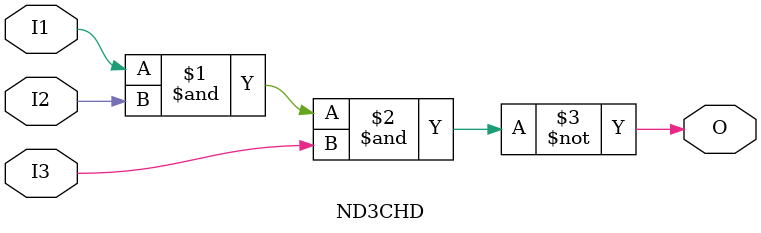
<source format=v>
`timescale 10ps/1ps

`celldefine

module ND3CHD(O, I1, I2, I3);
   output O;
   input I1, I2, I3;

//Function Block
`protect
   nand g1(O, I1, I2, I3);

//Specify Block
   specify

      //  Module Path Delay
      (I1 *> O) = (2.84:2.84:2.84, 1.93:1.93:1.93);
      (I2 *> O) = (3.47:3.47:3.47, 2.20:2.20:2.20);
      (I3 *> O) = (4.01:4.01:4.01, 2.36:2.36:2.36);
   endspecify
`endprotect
endmodule

`endcelldefine

</source>
